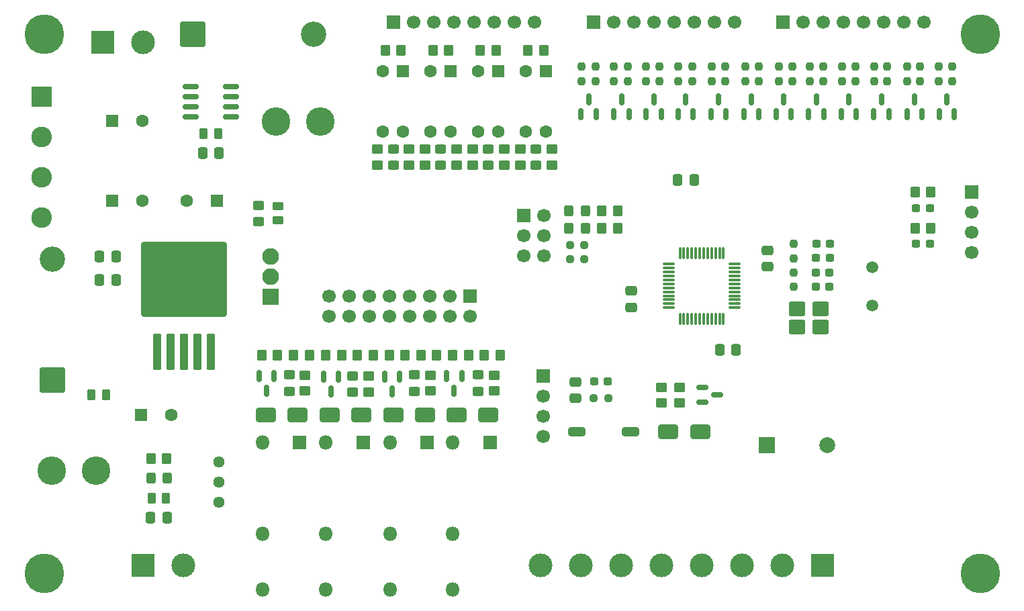
<source format=gbr>
%TF.GenerationSoftware,KiCad,Pcbnew,9.0.3*%
%TF.CreationDate,2025-09-06T19:42:56+07:00*%
%TF.ProjectId,Ex1,4578312e-6b69-4636-9164-5f7063625858,rev?*%
%TF.SameCoordinates,Original*%
%TF.FileFunction,Soldermask,Top*%
%TF.FilePolarity,Negative*%
%FSLAX46Y46*%
G04 Gerber Fmt 4.6, Leading zero omitted, Abs format (unit mm)*
G04 Created by KiCad (PCBNEW 9.0.3) date 2025-09-06 19:42:56*
%MOMM*%
%LPD*%
G01*
G04 APERTURE LIST*
G04 Aperture macros list*
%AMRoundRect*
0 Rectangle with rounded corners*
0 $1 Rounding radius*
0 $2 $3 $4 $5 $6 $7 $8 $9 X,Y pos of 4 corners*
0 Add a 4 corners polygon primitive as box body*
4,1,4,$2,$3,$4,$5,$6,$7,$8,$9,$2,$3,0*
0 Add four circle primitives for the rounded corners*
1,1,$1+$1,$2,$3*
1,1,$1+$1,$4,$5*
1,1,$1+$1,$6,$7*
1,1,$1+$1,$8,$9*
0 Add four rect primitives between the rounded corners*
20,1,$1+$1,$2,$3,$4,$5,0*
20,1,$1+$1,$4,$5,$6,$7,0*
20,1,$1+$1,$6,$7,$8,$9,0*
20,1,$1+$1,$8,$9,$2,$3,0*%
G04 Aperture macros list end*
%ADD10RoundRect,0.250000X-0.350000X-0.450000X0.350000X-0.450000X0.350000X0.450000X-0.350000X0.450000X0*%
%ADD11RoundRect,0.250000X0.450000X-0.350000X0.450000X0.350000X-0.450000X0.350000X-0.450000X-0.350000X0*%
%ADD12RoundRect,0.250000X-0.550000X0.550000X-0.550000X-0.550000X0.550000X-0.550000X0.550000X0.550000X0*%
%ADD13C,1.600000*%
%ADD14RoundRect,0.237500X0.237500X-0.250000X0.237500X0.250000X-0.237500X0.250000X-0.237500X-0.250000X0*%
%ADD15RoundRect,0.150000X0.150000X-0.587500X0.150000X0.587500X-0.150000X0.587500X-0.150000X-0.587500X0*%
%ADD16RoundRect,0.250000X0.262500X0.450000X-0.262500X0.450000X-0.262500X-0.450000X0.262500X-0.450000X0*%
%ADD17R,1.700000X1.700000*%
%ADD18C,1.700000*%
%ADD19C,3.600000*%
%ADD20RoundRect,0.250000X-0.337500X-0.475000X0.337500X-0.475000X0.337500X0.475000X-0.337500X0.475000X0*%
%ADD21RoundRect,0.250000X0.450000X-0.325000X0.450000X0.325000X-0.450000X0.325000X-0.450000X-0.325000X0*%
%ADD22RoundRect,0.250000X1.350000X-1.350000X1.350000X1.350000X-1.350000X1.350000X-1.350000X-1.350000X0*%
%ADD23C,3.200000*%
%ADD24RoundRect,0.237500X0.300000X0.237500X-0.300000X0.237500X-0.300000X-0.237500X0.300000X-0.237500X0*%
%ADD25O,1.800000X1.800000*%
%ADD26R,1.800000X1.800000*%
%ADD27RoundRect,0.250000X-0.450000X0.325000X-0.450000X-0.325000X0.450000X-0.325000X0.450000X0.325000X0*%
%ADD28RoundRect,0.162500X0.825000X0.162500X-0.825000X0.162500X-0.825000X-0.162500X0.825000X-0.162500X0*%
%ADD29RoundRect,0.250000X-0.450000X0.262500X-0.450000X-0.262500X0.450000X-0.262500X0.450000X0.262500X0*%
%ADD30RoundRect,0.250000X0.350000X0.450000X-0.350000X0.450000X-0.350000X-0.450000X0.350000X-0.450000X0*%
%ADD31C,5.000000*%
%ADD32RoundRect,0.250000X-0.450000X0.350000X-0.450000X-0.350000X0.450000X-0.350000X0.450000X0.350000X0*%
%ADD33C,1.440000*%
%ADD34RoundRect,0.250000X0.475000X-0.337500X0.475000X0.337500X-0.475000X0.337500X-0.475000X-0.337500X0*%
%ADD35RoundRect,0.250000X0.337500X0.475000X-0.337500X0.475000X-0.337500X-0.475000X0.337500X-0.475000X0*%
%ADD36RoundRect,0.250000X1.000000X0.650000X-1.000000X0.650000X-1.000000X-0.650000X1.000000X-0.650000X0*%
%ADD37RoundRect,0.237500X0.250000X0.237500X-0.250000X0.237500X-0.250000X-0.237500X0.250000X-0.237500X0*%
%ADD38RoundRect,0.250000X-0.262500X-0.450000X0.262500X-0.450000X0.262500X0.450000X-0.262500X0.450000X0*%
%ADD39RoundRect,0.250000X-0.475000X0.337500X-0.475000X-0.337500X0.475000X-0.337500X0.475000X0.337500X0*%
%ADD40R,3.000000X3.000000*%
%ADD41C,3.000000*%
%ADD42RoundRect,0.250000X-0.550000X-0.550000X0.550000X-0.550000X0.550000X0.550000X-0.550000X0.550000X0*%
%ADD43RoundRect,0.237500X-0.250000X-0.237500X0.250000X-0.237500X0.250000X0.237500X-0.250000X0.237500X0*%
%ADD44RoundRect,0.250000X0.325000X0.450000X-0.325000X0.450000X-0.325000X-0.450000X0.325000X-0.450000X0*%
%ADD45RoundRect,0.250000X0.550000X0.550000X-0.550000X0.550000X-0.550000X-0.550000X0.550000X-0.550000X0*%
%ADD46RoundRect,0.250000X-0.325000X-0.450000X0.325000X-0.450000X0.325000X0.450000X-0.325000X0.450000X0*%
%ADD47RoundRect,0.150000X-0.150000X0.587500X-0.150000X-0.587500X0.150000X-0.587500X0.150000X0.587500X0*%
%ADD48RoundRect,0.102000X-1.200000X1.200000X-1.200000X-1.200000X1.200000X-1.200000X1.200000X1.200000X0*%
%ADD49C,2.604000*%
%ADD50RoundRect,0.075000X0.662500X0.075000X-0.662500X0.075000X-0.662500X-0.075000X0.662500X-0.075000X0*%
%ADD51RoundRect,0.075000X0.075000X0.662500X-0.075000X0.662500X-0.075000X-0.662500X0.075000X-0.662500X0*%
%ADD52RoundRect,0.250000X0.300000X-2.050000X0.300000X2.050000X-0.300000X2.050000X-0.300000X-2.050000X0*%
%ADD53RoundRect,0.250002X5.149998X-4.449998X5.149998X4.449998X-5.149998X4.449998X-5.149998X-4.449998X0*%
%ADD54RoundRect,0.250000X0.800000X0.650000X-0.800000X0.650000X-0.800000X-0.650000X0.800000X-0.650000X0*%
%ADD55RoundRect,0.150000X-0.587500X-0.150000X0.587500X-0.150000X0.587500X0.150000X-0.587500X0.150000X0*%
%ADD56R,2.000000X2.000000*%
%ADD57C,2.000000*%
%ADD58RoundRect,0.250000X-1.000000X-0.650000X1.000000X-0.650000X1.000000X0.650000X-1.000000X0.650000X0*%
%ADD59RoundRect,0.237500X-0.300000X-0.237500X0.300000X-0.237500X0.300000X0.237500X-0.300000X0.237500X0*%
%ADD60RoundRect,0.250000X-0.830000X-0.310000X0.830000X-0.310000X0.830000X0.310000X-0.830000X0.310000X0*%
%ADD61RoundRect,0.250000X-1.350000X-1.350000X1.350000X-1.350000X1.350000X1.350000X-1.350000X1.350000X0*%
%ADD62RoundRect,0.102000X0.952500X-0.952500X0.952500X0.952500X-0.952500X0.952500X-0.952500X-0.952500X0*%
%ADD63C,2.109000*%
%ADD64C,1.500000*%
G04 APERTURE END LIST*
D10*
%TO.C,R28*%
X107500000Y-81000000D03*
X109500000Y-81000000D03*
%TD*%
D11*
%TO.C,R22*%
X128000000Y-57000000D03*
X128000000Y-55000000D03*
%TD*%
D12*
%TO.C,U8*%
X131275000Y-45195000D03*
D13*
X128735000Y-45195000D03*
X128735000Y-52815000D03*
X131275000Y-52815000D03*
%TD*%
D10*
%TO.C,R32*%
X111500000Y-81000000D03*
X113500000Y-81000000D03*
%TD*%
D14*
%TO.C,R57*%
X170300000Y-46412500D03*
X170300000Y-44587500D03*
%TD*%
D10*
%TO.C,R39*%
X177800000Y-60410000D03*
X179800000Y-60410000D03*
%TD*%
D15*
%TO.C,Q8*%
X143900000Y-50600000D03*
X145800000Y-50600000D03*
X144850000Y-48725000D03*
%TD*%
D16*
%TO.C,R1*%
X75800000Y-86000000D03*
X73975000Y-86000000D03*
%TD*%
D11*
%TO.C,R17*%
X120000000Y-57000000D03*
X120000000Y-55000000D03*
%TD*%
D17*
%TO.C,J7*%
X161110000Y-39000000D03*
D18*
X163650000Y-39000000D03*
X166190000Y-39000000D03*
X168730000Y-39000000D03*
X171270000Y-39000000D03*
X173810000Y-39000000D03*
X176350000Y-39000000D03*
X178890000Y-39000000D03*
%TD*%
D19*
%TO.C,L1*%
X68920000Y-95500000D03*
X74500000Y-95500000D03*
%TD*%
D17*
%TO.C,J6*%
X137300000Y-39000000D03*
D18*
X139840000Y-39000000D03*
X142380000Y-39000000D03*
X144920000Y-39000000D03*
X147460000Y-39000000D03*
X150000000Y-39000000D03*
X152540000Y-39000000D03*
X155080000Y-39000000D03*
%TD*%
D17*
%TO.C,J10*%
X121700000Y-73500000D03*
D18*
X121700000Y-76040000D03*
X119160000Y-73500000D03*
X119160000Y-76040000D03*
X116620000Y-73500000D03*
X116620000Y-76040000D03*
X114080000Y-73500000D03*
X114080000Y-76040000D03*
X111540000Y-73500000D03*
X111540000Y-76040000D03*
X109000000Y-73500000D03*
X109000000Y-76040000D03*
X106460000Y-73500000D03*
X106460000Y-76040000D03*
X103920000Y-73500000D03*
X103920000Y-76040000D03*
%TD*%
D20*
%TO.C,C6*%
X74962500Y-71500000D03*
X77037500Y-71500000D03*
%TD*%
D15*
%TO.C,Q13*%
X164400000Y-50600000D03*
X166300000Y-50600000D03*
X165350000Y-48725000D03*
%TD*%
D14*
%TO.C,R62*%
X176800000Y-46412500D03*
X176800000Y-44587500D03*
%TD*%
D21*
%TO.C,D14*%
X106900000Y-85625000D03*
X106900000Y-83575000D03*
%TD*%
D22*
%TO.C,D2*%
X69000000Y-84120000D03*
D23*
X69000000Y-68880000D03*
%TD*%
D24*
%TO.C,C9*%
X179662500Y-62410000D03*
X177937500Y-62410000D03*
%TD*%
D25*
%TO.C,K1*%
X95500000Y-103500000D03*
X95500000Y-110500000D03*
D26*
X100200000Y-92000000D03*
D25*
X95500000Y-92000000D03*
%TD*%
D14*
%TO.C,R6*%
X135750000Y-46412500D03*
X135750000Y-44587500D03*
%TD*%
D27*
%TO.C,D5*%
X95000000Y-62062500D03*
X95000000Y-64112500D03*
%TD*%
D28*
%TO.C,U2*%
X91537500Y-50905000D03*
X91537500Y-49635000D03*
X91537500Y-48365000D03*
X91537500Y-47095000D03*
X86462500Y-47095000D03*
X86462500Y-48365000D03*
X86462500Y-49635000D03*
X86462500Y-50905000D03*
%TD*%
D15*
%TO.C,Q14*%
X168500000Y-50600000D03*
X170400000Y-50600000D03*
X169450000Y-48725000D03*
%TD*%
D25*
%TO.C,K2*%
X103500000Y-103500000D03*
X103500000Y-110500000D03*
D26*
X108200000Y-92000000D03*
D25*
X103500000Y-92000000D03*
%TD*%
D29*
%TO.C,R5*%
X97500000Y-62175000D03*
X97500000Y-64000000D03*
%TD*%
D14*
%TO.C,R58*%
X168600000Y-46412500D03*
X168600000Y-44587500D03*
%TD*%
D10*
%TO.C,R34*%
X123500000Y-81000000D03*
X125500000Y-81000000D03*
%TD*%
D27*
%TO.C,D9*%
X118000000Y-54975000D03*
X118000000Y-57025000D03*
%TD*%
D10*
%TO.C,R31*%
X115500000Y-81000000D03*
X117500000Y-81000000D03*
%TD*%
D30*
%TO.C,R10*%
X140300000Y-62800000D03*
X138300000Y-62800000D03*
%TD*%
D25*
%TO.C,K3*%
X111582500Y-103500000D03*
X111582500Y-110500000D03*
D26*
X116282500Y-92000000D03*
D25*
X111582500Y-92000000D03*
%TD*%
D31*
%TO.C,TP4*%
X186000000Y-108500000D03*
%TD*%
%TO.C,TP1*%
X68000000Y-40500000D03*
%TD*%
D24*
%TO.C,C11*%
X167062500Y-66900000D03*
X165337500Y-66900000D03*
%TD*%
D20*
%TO.C,C4*%
X81425000Y-101500000D03*
X83500000Y-101500000D03*
%TD*%
D14*
%TO.C,R48*%
X147950000Y-46412500D03*
X147950000Y-44587500D03*
%TD*%
D32*
%TO.C,R25*%
X100900000Y-83500000D03*
X100900000Y-85500000D03*
%TD*%
D14*
%TO.C,R52*%
X156400000Y-46412500D03*
X156400000Y-44587500D03*
%TD*%
D11*
%TO.C,R15*%
X114000000Y-56975000D03*
X114000000Y-54975000D03*
%TD*%
D14*
%TO.C,R49*%
X153900000Y-46412500D03*
X153900000Y-44587500D03*
%TD*%
%TO.C,R63*%
X182500000Y-46412500D03*
X182500000Y-44587500D03*
%TD*%
D33*
%TO.C,RV1*%
X90005000Y-99540000D03*
X90005000Y-97000000D03*
X90005000Y-94460000D03*
%TD*%
D34*
%TO.C,0.1uF3*%
X134985000Y-86437500D03*
X134985000Y-84362500D03*
%TD*%
D14*
%TO.C,R53*%
X162300000Y-46412500D03*
X162300000Y-44587500D03*
%TD*%
D32*
%TO.C,R38*%
X148100000Y-85000000D03*
X148100000Y-87000000D03*
%TD*%
D35*
%TO.C,C8*%
X90037500Y-55500000D03*
X87962500Y-55500000D03*
%TD*%
D36*
%TO.C,D15*%
X108000000Y-88500000D03*
X104000000Y-88500000D03*
%TD*%
D37*
%TO.C,R8*%
X136112500Y-68900000D03*
X134287500Y-68900000D03*
%TD*%
D14*
%TO.C,R42*%
X137500000Y-46400000D03*
X137500000Y-44575000D03*
%TD*%
%TO.C,R44*%
X139850000Y-46412500D03*
X139850000Y-44587500D03*
%TD*%
D36*
%TO.C,D12*%
X99917500Y-88500000D03*
X95917500Y-88500000D03*
%TD*%
D38*
%TO.C,R3*%
X81550000Y-99000000D03*
X83375000Y-99000000D03*
%TD*%
D39*
%TO.C,0.1uF5*%
X159200000Y-67762500D03*
X159200000Y-69837500D03*
%TD*%
D15*
%TO.C,Q15*%
X172600000Y-50600000D03*
X174500000Y-50600000D03*
X173550000Y-48725000D03*
%TD*%
D40*
%TO.C,J5*%
X166180000Y-107500000D03*
D41*
X161100000Y-107500000D03*
X156020000Y-107500000D03*
X150940000Y-107500000D03*
X145860000Y-107500000D03*
X140780000Y-107500000D03*
X135700000Y-107500000D03*
X130620000Y-107500000D03*
%TD*%
D14*
%TO.C,R51*%
X158100000Y-46412500D03*
X158100000Y-44587500D03*
%TD*%
D42*
%TO.C,C1*%
X76597349Y-51400000D03*
D13*
X80397349Y-51400000D03*
%TD*%
D10*
%TO.C,R26*%
X95417500Y-81000000D03*
X97417500Y-81000000D03*
%TD*%
D43*
%TO.C,R7*%
X134287500Y-67100000D03*
X136112500Y-67100000D03*
%TD*%
D30*
%TO.C,R2*%
X83462500Y-94000000D03*
X81462500Y-94000000D03*
%TD*%
D44*
%TO.C,D6*%
X136225000Y-65000000D03*
X134175000Y-65000000D03*
%TD*%
D31*
%TO.C,TP3*%
X68000000Y-108500000D03*
%TD*%
D45*
%TO.C,C7*%
X89802651Y-61500000D03*
D13*
X86002651Y-61500000D03*
%TD*%
D15*
%TO.C,Q10*%
X152050000Y-50600000D03*
X153950000Y-50600000D03*
X153000000Y-48725000D03*
%TD*%
D46*
%TO.C,D3*%
X81462500Y-96500000D03*
X83512500Y-96500000D03*
%TD*%
D36*
%TO.C,D19*%
X124000000Y-88500000D03*
X120000000Y-88500000D03*
%TD*%
D14*
%TO.C,R12*%
X162500000Y-72362500D03*
X162500000Y-70537500D03*
%TD*%
D11*
%TO.C,R14*%
X110000000Y-56975000D03*
X110000000Y-54975000D03*
%TD*%
D36*
%TO.C,D17*%
X116000000Y-88500000D03*
X112000000Y-88500000D03*
%TD*%
D47*
%TO.C,Q4*%
X120650000Y-83562500D03*
X118750000Y-83562500D03*
X119700000Y-85437500D03*
%TD*%
D17*
%TO.C,J9*%
X184900000Y-60400000D03*
D18*
X184900000Y-62940000D03*
X184900000Y-65480000D03*
X184900000Y-68020000D03*
%TD*%
D32*
%TO.C,R36*%
X124700000Y-83500000D03*
X124700000Y-85500000D03*
%TD*%
%TO.C,R33*%
X116700000Y-83500000D03*
X116700000Y-85500000D03*
%TD*%
D14*
%TO.C,R61*%
X178400000Y-46412500D03*
X178400000Y-44587500D03*
%TD*%
D48*
%TO.C,D21*%
X67700000Y-48350000D03*
D49*
X67700000Y-63650000D03*
X67700000Y-53450000D03*
X67700000Y-58550000D03*
%TD*%
D25*
%TO.C,K4*%
X119500000Y-103500000D03*
X119500000Y-110500000D03*
D26*
X124200000Y-92000000D03*
D25*
X119500000Y-92000000D03*
%TD*%
D27*
%TO.C,D10*%
X124000000Y-54950000D03*
X124000000Y-57000000D03*
%TD*%
D42*
%TO.C,C3*%
X80197349Y-88500000D03*
D13*
X83997349Y-88500000D03*
%TD*%
D11*
%TO.C,R37*%
X145800000Y-87000000D03*
X145800000Y-85000000D03*
%TD*%
D50*
%TO.C,U5*%
X155062500Y-74987500D03*
X155062500Y-74487500D03*
X155062500Y-73987500D03*
X155062500Y-73487500D03*
X155062500Y-72987500D03*
X155062500Y-72487500D03*
X155062500Y-71987500D03*
X155062500Y-71487500D03*
X155062500Y-70987500D03*
X155062500Y-70487500D03*
X155062500Y-69987500D03*
X155062500Y-69487500D03*
D51*
X153650000Y-68075000D03*
X153150000Y-68075000D03*
X152650000Y-68075000D03*
X152150000Y-68075000D03*
X151650000Y-68075000D03*
X151150000Y-68075000D03*
X150650000Y-68075000D03*
X150150000Y-68075000D03*
X149650000Y-68075000D03*
X149150000Y-68075000D03*
X148650000Y-68075000D03*
X148150000Y-68075000D03*
D50*
X146737500Y-69487500D03*
X146737500Y-69987500D03*
X146737500Y-70487500D03*
X146737500Y-70987500D03*
X146737500Y-71487500D03*
X146737500Y-71987500D03*
X146737500Y-72487500D03*
X146737500Y-72987500D03*
X146737500Y-73487500D03*
X146737500Y-73987500D03*
X146737500Y-74487500D03*
X146737500Y-74987500D03*
D51*
X148150000Y-76400000D03*
X148650000Y-76400000D03*
X149150000Y-76400000D03*
X149650000Y-76400000D03*
X150150000Y-76400000D03*
X150650000Y-76400000D03*
X151150000Y-76400000D03*
X151650000Y-76400000D03*
X152150000Y-76400000D03*
X152650000Y-76400000D03*
X153150000Y-76400000D03*
X153650000Y-76400000D03*
%TD*%
D15*
%TO.C,Q6*%
X139850000Y-50600000D03*
X141750000Y-50600000D03*
X140800000Y-48725000D03*
%TD*%
D38*
%TO.C,R4*%
X88087500Y-53000000D03*
X89912500Y-53000000D03*
%TD*%
D10*
%TO.C,R24*%
X129000000Y-42500000D03*
X131000000Y-42500000D03*
%TD*%
D15*
%TO.C,Q16*%
X176800000Y-50600000D03*
X178700000Y-50600000D03*
X177750000Y-48725000D03*
%TD*%
D27*
%TO.C,D8*%
X112000000Y-54950000D03*
X112000000Y-57000000D03*
%TD*%
D40*
%TO.C,J2*%
X80460000Y-107500000D03*
D41*
X85540000Y-107500000D03*
%TD*%
D15*
%TO.C,Q12*%
X160300000Y-50600000D03*
X162200000Y-50600000D03*
X161250000Y-48725000D03*
%TD*%
D14*
%TO.C,R55*%
X166200000Y-46412500D03*
X166200000Y-44587500D03*
%TD*%
%TO.C,R56*%
X164550000Y-46412500D03*
X164550000Y-44587500D03*
%TD*%
D40*
%TO.C,J1*%
X75420000Y-41500000D03*
D41*
X80500000Y-41500000D03*
%TD*%
D12*
%TO.C,U7*%
X125275000Y-45195000D03*
D13*
X122735000Y-45195000D03*
X122735000Y-52815000D03*
X125275000Y-52815000D03*
%TD*%
D52*
%TO.C,U1*%
X82200000Y-80575000D03*
X83900000Y-80575000D03*
X85600000Y-80575000D03*
D53*
X85600000Y-71425000D03*
D52*
X87300000Y-80575000D03*
X89000000Y-80575000D03*
%TD*%
D14*
%TO.C,R60*%
X172650000Y-46412500D03*
X172650000Y-44587500D03*
%TD*%
D24*
%TO.C,C14*%
X139047500Y-84300000D03*
X137322500Y-84300000D03*
%TD*%
D44*
%TO.C,D7*%
X136225000Y-62800000D03*
X134175000Y-62800000D03*
%TD*%
D14*
%TO.C,R54*%
X160600000Y-46412500D03*
X160600000Y-44587500D03*
%TD*%
D24*
%TO.C,C13*%
X167000000Y-70600000D03*
X165275000Y-70600000D03*
%TD*%
%TO.C,C15*%
X179662500Y-66910000D03*
X177937500Y-66910000D03*
%TD*%
D10*
%TO.C,R18*%
X117000000Y-42500000D03*
X119000000Y-42500000D03*
%TD*%
D15*
%TO.C,Q11*%
X156200000Y-50600000D03*
X158100000Y-50600000D03*
X157150000Y-48725000D03*
%TD*%
D17*
%TO.C,J8*%
X130935000Y-83580000D03*
D18*
X130935000Y-86120000D03*
X130935000Y-88660000D03*
X130935000Y-91200000D03*
%TD*%
D21*
%TO.C,D18*%
X122700000Y-85525000D03*
X122700000Y-83475000D03*
%TD*%
D54*
%TO.C,Y2*%
X165850000Y-75112500D03*
X162950000Y-75112500D03*
X162950000Y-77412500D03*
X165850000Y-77412500D03*
%TD*%
D14*
%TO.C,R47*%
X149700000Y-46412500D03*
X149700000Y-44587500D03*
%TD*%
D10*
%TO.C,R29*%
X103500000Y-81000000D03*
X105500000Y-81000000D03*
%TD*%
D55*
%TO.C,Q5*%
X151012500Y-85012500D03*
X151012500Y-86912500D03*
X152887500Y-85962500D03*
%TD*%
D42*
%TO.C,C5*%
X76597349Y-61500000D03*
D13*
X80397349Y-61500000D03*
%TD*%
D15*
%TO.C,Q7*%
X135700000Y-50600000D03*
X137600000Y-50600000D03*
X136650000Y-48725000D03*
%TD*%
D56*
%TO.C,BZ1*%
X159100000Y-92300000D03*
D57*
X166700000Y-92300000D03*
%TD*%
D17*
%TO.C,P1*%
X128500000Y-63360000D03*
D18*
X131040000Y-63360000D03*
X128500000Y-65900000D03*
X131040000Y-65900000D03*
X128500000Y-68440000D03*
X131040000Y-68440000D03*
%TD*%
D11*
%TO.C,R16*%
X116000000Y-57000000D03*
X116000000Y-55000000D03*
%TD*%
D43*
%TO.C,R41*%
X137272500Y-86400000D03*
X139097500Y-86400000D03*
%TD*%
D47*
%TO.C,Q2*%
X105100000Y-83700000D03*
X103200000Y-83700000D03*
X104150000Y-85575000D03*
%TD*%
D11*
%TO.C,R19*%
X122000000Y-57000000D03*
X122000000Y-55000000D03*
%TD*%
D58*
%TO.C,D20*%
X146700000Y-90600000D03*
X150700000Y-90600000D03*
%TD*%
D14*
%TO.C,R45*%
X145600000Y-46400000D03*
X145600000Y-44575000D03*
%TD*%
D59*
%TO.C,C10*%
X165312500Y-68700000D03*
X167037500Y-68700000D03*
%TD*%
%TO.C,C12*%
X165275000Y-72300000D03*
X167000000Y-72300000D03*
%TD*%
D35*
%TO.C,0.1uF4*%
X155237500Y-80300000D03*
X153162500Y-80300000D03*
%TD*%
D20*
%TO.C,C2*%
X74962500Y-68500000D03*
X77037500Y-68500000D03*
%TD*%
D47*
%TO.C,Q1*%
X97000000Y-83600000D03*
X95100000Y-83600000D03*
X96050000Y-85475000D03*
%TD*%
D10*
%TO.C,R13*%
X111000000Y-42500000D03*
X113000000Y-42500000D03*
%TD*%
D14*
%TO.C,R11*%
X162500000Y-68787500D03*
X162500000Y-66962500D03*
%TD*%
D15*
%TO.C,Q17*%
X180850000Y-50600000D03*
X182750000Y-50600000D03*
X181800000Y-48725000D03*
%TD*%
D14*
%TO.C,R50*%
X152200000Y-46412500D03*
X152200000Y-44587500D03*
%TD*%
D15*
%TO.C,Q9*%
X147900000Y-50600000D03*
X149800000Y-50600000D03*
X148850000Y-48725000D03*
%TD*%
D11*
%TO.C,R23*%
X132000000Y-57000000D03*
X132000000Y-55000000D03*
%TD*%
D10*
%TO.C,R65*%
X177800000Y-65010000D03*
X179800000Y-65010000D03*
%TD*%
D14*
%TO.C,R46*%
X143900000Y-46412500D03*
X143900000Y-44587500D03*
%TD*%
D11*
%TO.C,R20*%
X126000000Y-56975000D03*
X126000000Y-54975000D03*
%TD*%
D32*
%TO.C,R30*%
X108900000Y-83600000D03*
X108900000Y-85600000D03*
%TD*%
D10*
%TO.C,R21*%
X123000000Y-42500000D03*
X125000000Y-42500000D03*
%TD*%
D12*
%TO.C,U3*%
X113240000Y-45195000D03*
D13*
X110700000Y-45195000D03*
X110700000Y-52815000D03*
X113240000Y-52815000D03*
%TD*%
D27*
%TO.C,D11*%
X130000000Y-54975000D03*
X130000000Y-57025000D03*
%TD*%
D20*
%TO.C,0.1uF1*%
X147862500Y-58900000D03*
X149937500Y-58900000D03*
%TD*%
D17*
%TO.C,J4*%
X112000000Y-39000000D03*
D18*
X114540000Y-39000000D03*
X117080000Y-39000000D03*
X119620000Y-39000000D03*
X122160000Y-39000000D03*
X124700000Y-39000000D03*
X127240000Y-39000000D03*
X129780000Y-39000000D03*
%TD*%
D21*
%TO.C,D13*%
X98900000Y-85525000D03*
X98900000Y-83475000D03*
%TD*%
D60*
%TO.C,SW3*%
X135170000Y-90600000D03*
X141900000Y-90600000D03*
%TD*%
D61*
%TO.C,D4*%
X86760000Y-40500000D03*
D23*
X102000000Y-40500000D03*
%TD*%
D10*
%TO.C,R35*%
X119500000Y-81000000D03*
X121500000Y-81000000D03*
%TD*%
D30*
%TO.C,R9*%
X140300000Y-65000000D03*
X138300000Y-65000000D03*
%TD*%
D19*
%TO.C,L2*%
X97210000Y-51500000D03*
X102790000Y-51500000D03*
%TD*%
D14*
%TO.C,R43*%
X141600000Y-46412500D03*
X141600000Y-44587500D03*
%TD*%
D34*
%TO.C,0.1uF2*%
X142000000Y-74937500D03*
X142000000Y-72862500D03*
%TD*%
D21*
%TO.C,D16*%
X114700000Y-85525000D03*
X114700000Y-83475000D03*
%TD*%
D31*
%TO.C,TP2*%
X186000000Y-40500000D03*
%TD*%
D14*
%TO.C,R64*%
X180800000Y-46412500D03*
X180800000Y-44587500D03*
%TD*%
D62*
%TO.C,U4*%
X96516000Y-73580000D03*
D63*
X96516000Y-71040000D03*
X96516000Y-68500000D03*
%TD*%
D12*
%TO.C,U6*%
X119275000Y-45195000D03*
D13*
X116735000Y-45195000D03*
X116735000Y-52815000D03*
X119275000Y-52815000D03*
%TD*%
D64*
%TO.C,Y1*%
X172400000Y-69862500D03*
X172400000Y-74742500D03*
%TD*%
D10*
%TO.C,R27*%
X99417500Y-81000000D03*
X101417500Y-81000000D03*
%TD*%
D14*
%TO.C,R59*%
X174300000Y-46412500D03*
X174300000Y-44587500D03*
%TD*%
D47*
%TO.C,Q3*%
X112800000Y-83700000D03*
X110900000Y-83700000D03*
X111850000Y-85575000D03*
%TD*%
M02*

</source>
